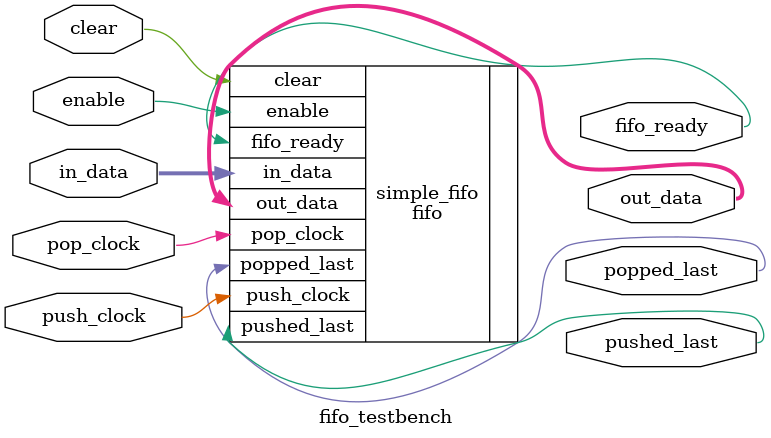
<source format=v>
`timescale 1ns / 1ps


module fifo_testbench
(
    input wire enable,
    input wire clear,
    output wire fifo_ready,
    input wire push_clock,
    input wire pop_clock,
    input wire [7 : 0] in_data,
    output wire [7 : 0] out_data,
    output wire popped_last,
    output wire pushed_last
);
//
fifo #(.FIFO_SIZE(3), .DATA_WIDTH(8)) simple_fifo (.enable(enable), .clear(clear), .fifo_ready(fifo_ready), 
                                                   .push_clock(push_clock), .pop_clock(pop_clock), 
                                                   .in_data(in_data), .out_data(out_data),
                                                   .popped_last(popped_last), .pushed_last(pushed_last));

endmodule

</source>
